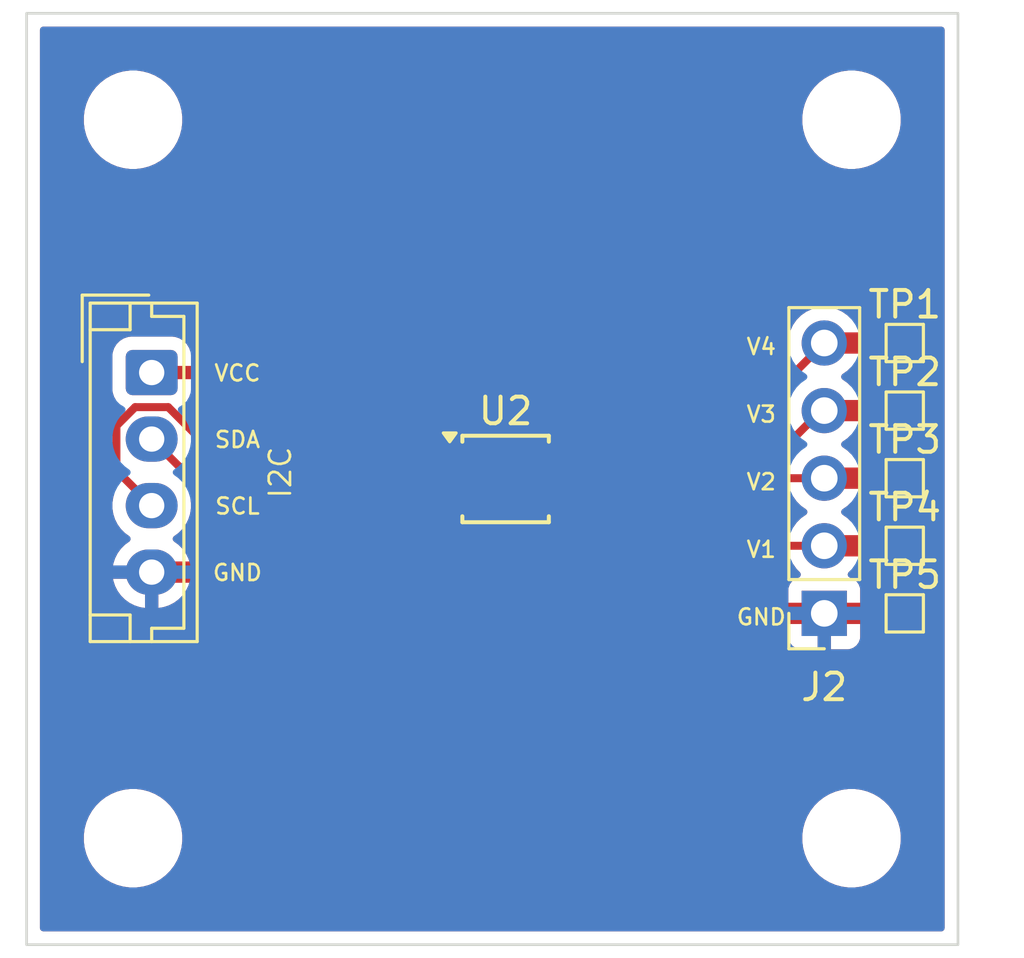
<source format=kicad_pcb>
(kicad_pcb (version 20240108) (generator "pcbnew") (generator_version "8.0")
  (layers (0 "F.Cu" signal) (31 "B.Cu" signal) (34 "B.Paste" user) (35 "F.Paste" user) (36 "B.SilkS" user "B.Silkscreen") (37 "F.SilkS" user "F.Silkscreen") (38 "B.Mask" user) (39 "F.Mask" user) (44 "Edge.Cuts" user))
  (net 0 "")
  (net 1 "Net-(J2-Pin_4)")
  (net 3 "Net-(U2-VDD)")
  (net 4 "Net-(J2-Pin_5)")
  (net 5 "Net-(J2-Pin_2)")
  (net 6 "Net-(J2-Pin_3)")
  (net 7 "Net-(U2-SCL)")
  (net 8 "Net-(U2-SDA)")
  (net 9 "GND")
  (footprint "MountingHole:MountingHole_3.2mm_M3" (layer "F.Cu") (at 39 33.5)
    (property "Reference" "REF**" (hide yes))
    (property "Value" "MountingHole_3.2mm_M3" (hide yes))
    (pad "" np_thru_hole circle (at 0 0) (size 3.2 3.2) (drill 3.2) (layers "*.Cu" "*.Mask"))
  )
  (footprint "TestPoint:TestPoint_Pad_1.0x1.0mm" (layer "F.Cu") (at 68 41.89)
    (property "Reference" "TP1" (at 0 -1.448 0) (layer "F.SilkS"))
    (property "Value" "TestPoint")
    (fp_line (start -0.7 -0.7) (end 0.7 -0.7) (stroke (width 0.12)) (layer "F.SilkS"))
    (fp_line (start -0.7 0.7) (end -0.7 -0.7) (stroke (width 0.12)) (layer "F.SilkS"))
    (fp_line (start 0.7 -0.7) (end 0.7 0.7) (stroke (width 0.12)) (layer "F.SilkS"))
    (fp_line (start 0.7 0.7) (end -0.7 0.7) (stroke (width 0.12)) (layer "F.SilkS"))
    (pad "1" smd rect (at 0 0) (size 1 1) (layers "F.Cu" "F.Mask") (net 4 "Net-(J2-Pin_5)"))
  )
  (footprint "Connector_JST:JST_EH_B4B-EH-A_1x04_P2.50mm_Vertical" (layer "F.Cu") (at 39.7 43 -90)
    (property "Reference" "J1" (hide yes))
    (property "Value" "B4B-EH-A")
    (fp_line (start -2.91 2.61) (end -0.41 2.61) (stroke (width 0.12)) (layer "F.SilkS"))
    (fp_line (start -2.61 2.31) (end 10.11 2.31) (stroke (width 0.12)) (layer "F.SilkS"))
    (fp_line (start 10.11 2.31) (end 10.11 -1.71) (stroke (width 0.12)) (layer "F.SilkS"))
    (fp_line (start -2.61 0.81) (end -1.61 0.81) (stroke (width 0.12)) (layer "F.SilkS"))
    (fp_line (start -1.61 0.81) (end -1.61 2.31) (stroke (width 0.12)) (layer "F.SilkS"))
    (fp_line (start 9.11 0.81) (end 9.11 2.31) (stroke (width 0.12)) (layer "F.SilkS"))
    (fp_line (start 10.11 0.81) (end 9.11 0.81) (stroke (width 0.12)) (layer "F.SilkS"))
    (fp_line (start -2.91 0.11) (end -2.91 2.61) (stroke (width 0.12)) (layer "F.SilkS"))
    (fp_line (start -2.61 0) (end -2.11 0) (stroke (width 0.12)) (layer "F.SilkS"))
    (fp_line (start -2.11 0) (end -2.11 -1.21) (stroke (width 0.12)) (layer "F.SilkS"))
    (fp_line (start 9.61 0) (end 10.11 0) (stroke (width 0.12)) (layer "F.SilkS"))
    (fp_line (start -2.11 -1.21) (end 9.61 -1.21) (stroke (width 0.12)) (layer "F.SilkS"))
    (fp_line (start 9.61 -1.21) (end 9.61 0) (stroke (width 0.12)) (layer "F.SilkS"))
    (fp_line (start -2.61 -1.71) (end -2.61 2.31) (stroke (width 0.12)) (layer "F.SilkS"))
    (fp_line (start 10.11 -1.71) (end -2.61 -1.71) (stroke (width 0.12)) (layer "F.SilkS"))
    (pad "1" thru_hole roundrect (at 0 0 270) (size 1.7 1.95) (drill 0.95) (layers "*.Cu" "*.Mask") (roundrect_rratio 0.147059) (net 3 "Net-(U2-VDD)"))
    (pad "2" thru_hole oval (at 2.5 0 270) (size 1.7 1.95) (drill 0.95) (layers "*.Cu" "*.Mask") (net 8 "Net-(U2-SDA)"))
    (pad "3" thru_hole oval (at 5 0 270) (size 1.7 1.95) (drill 0.95) (layers "*.Cu" "*.Mask") (net 7 "Net-(U2-SCL)"))
    (pad "4" thru_hole oval (at 7.5 0 270) (size 1.7 1.95) (drill 0.95) (layers "*.Cu" "*.Mask") (net 9 "GND"))
  )
  (footprint "MountingHole:MountingHole_3.2mm_M3" (layer "F.Cu") (at 39 60.5)
    (property "Reference" "REF**" (hide yes))
    (property "Value" "MountingHole_3.2mm_M3" (hide yes))
    (pad "" np_thru_hole circle (at 0 0) (size 3.2 3.2) (drill 3.2) (layers "F&B.Cu" "*.Mask"))
  )
  (footprint "MountingHole:MountingHole_3.2mm_M3" (layer "F.Cu") (at 66 60.5)
    (property "Reference" "REF**" (hide yes))
    (property "Value" "MountingHole_3.2mm_M3" (hide yes))
    (pad "" np_thru_hole circle (at 0 0) (size 3.2 3.2) (drill 3.2) (layers "F&B.Cu" "*.Mask"))
  )
  (footprint "TestPoint:TestPoint_Pad_1.0x1.0mm" (layer "F.Cu") (at 68 46.97)
    (property "Reference" "TP3" (at 0 -1.448 0) (layer "F.SilkS"))
    (property "Value" "TestPoint")
    (fp_line (start -0.7 -0.7) (end 0.7 -0.7) (stroke (width 0.12)) (layer "F.SilkS"))
    (fp_line (start -0.7 0.7) (end -0.7 -0.7) (stroke (width 0.12)) (layer "F.SilkS"))
    (fp_line (start 0.7 -0.7) (end 0.7 0.7) (stroke (width 0.12)) (layer "F.SilkS"))
    (fp_line (start 0.7 0.7) (end -0.7 0.7) (stroke (width 0.12)) (layer "F.SilkS"))
    (pad "1" smd rect (at 0 0) (size 1 1) (layers "F.Cu" "F.Mask") (net 6 "Net-(J2-Pin_3)"))
  )
  (footprint "Package_SO:TSSOP-10_3x3mm_P0.5mm" (layer "F.Cu") (at 53 47)
    (property "Reference" "U2" (at 0 -2.55 0) (layer "F.SilkS"))
    (property "Value" "MCP4728")
    (fp_line (start -1.625 -1.625) (end -1.625 -1.4) (stroke (width 0.15)) (layer "F.SilkS"))
    (fp_line (start -1.625 -1.625) (end 1.625 -1.625) (stroke (width 0.15)) (layer "F.SilkS"))
    (fp_line (start -1.625 1.625) (end -1.625 1.4) (stroke (width 0.15)) (layer "F.SilkS"))
    (fp_line (start -1.625 1.625) (end 1.625 1.625) (stroke (width 0.15)) (layer "F.SilkS"))
    (fp_line (start 1.625 -1.625) (end 1.625 -1.4) (stroke (width 0.15)) (layer "F.SilkS"))
    (fp_line (start 1.625 1.625) (end 1.625 1.4) (stroke (width 0.15)) (layer "F.SilkS"))
    (fp_poly (pts (xy -2.1 -1.4) (xy -2.34 -1.73) (xy -1.86 -1.73) (xy -2.1 -1.4)) (stroke (width 0.12)) (fill solid) (layer "F.SilkS"))
    (pad "1" smd rect (at -2.15 -1) (size 1.1 0.25) (layers "F.Cu" "F.Paste" "F.Mask") (net 3 "Net-(U2-VDD)"))
    (pad "2" smd rect (at -2.15 -0.5) (size 1.1 0.25) (layers "F.Cu" "F.Paste" "F.Mask") (net 7 "Net-(U2-SCL)"))
    (pad "3" smd rect (at -2.15 0) (size 1.1 0.25) (layers "F.Cu" "F.Paste" "F.Mask") (net 8 "Net-(U2-SDA)"))
    (pad "4" smd rect (at -2.15 0.5) (size 1.1 0.25) (layers "F.Cu" "F.Paste" "F.Mask") (net 9 "GND"))
    (pad "5" smd rect (at -2.15 1) (size 1.1 0.25) (layers "F.Cu" "F.Paste" "F.Mask"))
    (pad "6" smd rect (at 2.15 1) (size 1.1 0.25) (layers "F.Cu" "F.Paste" "F.Mask") (net 5 "Net-(J2-Pin_2)"))
    (pad "7" smd rect (at 2.15 0.5) (size 1.1 0.25) (layers "F.Cu" "F.Paste" "F.Mask") (net 6 "Net-(J2-Pin_3)"))
    (pad "8" smd rect (at 2.15 0) (size 1.1 0.25) (layers "F.Cu" "F.Paste" "F.Mask") (net 1 "Net-(J2-Pin_4)"))
    (pad "9" smd rect (at 2.15 -0.5) (size 1.1 0.25) (layers "F.Cu" "F.Paste" "F.Mask") (net 4 "Net-(J2-Pin_5)"))
    (pad "10" smd rect (at 2.15 -1) (size 1.1 0.25) (layers "F.Cu" "F.Paste" "F.Mask") (net 9 "GND"))
  )
  (footprint "TestPoint:TestPoint_Pad_1.0x1.0mm" (layer "F.Cu") (at 68 49.51)
    (property "Reference" "TP4" (at 0 -1.448 0) (layer "F.SilkS"))
    (property "Value" "TestPoint")
    (fp_line (start -0.7 -0.7) (end 0.7 -0.7) (stroke (width 0.12)) (layer "F.SilkS"))
    (fp_line (start -0.7 0.7) (end -0.7 -0.7) (stroke (width 0.12)) (layer "F.SilkS"))
    (fp_line (start 0.7 -0.7) (end 0.7 0.7) (stroke (width 0.12)) (layer "F.SilkS"))
    (fp_line (start 0.7 0.7) (end -0.7 0.7) (stroke (width 0.12)) (layer "F.SilkS"))
    (pad "1" smd rect (at 0 0) (size 1 1) (layers "F.Cu" "F.Mask") (net 5 "Net-(J2-Pin_2)"))
  )
  (footprint "TestPoint:TestPoint_Pad_1.0x1.0mm" (layer "F.Cu") (at 68 44.43)
    (property "Reference" "TP2" (at 0 -1.448 0) (layer "F.SilkS"))
    (property "Value" "TestPoint")
    (fp_line (start -0.7 -0.7) (end 0.7 -0.7) (stroke (width 0.12)) (layer "F.SilkS"))
    (fp_line (start -0.7 0.7) (end -0.7 -0.7) (stroke (width 0.12)) (layer "F.SilkS"))
    (fp_line (start 0.7 -0.7) (end 0.7 0.7) (stroke (width 0.12)) (layer "F.SilkS"))
    (fp_line (start 0.7 0.7) (end -0.7 0.7) (stroke (width 0.12)) (layer "F.SilkS"))
    (pad "1" smd rect (at 0 0) (size 1 1) (layers "F.Cu" "F.Mask") (net 1 "Net-(J2-Pin_4)"))
  )
  (footprint "TestPoint:TestPoint_Pad_1.0x1.0mm" (layer "F.Cu") (at 68 52.05)
    (property "Reference" "TP5" (at 0 -1.448 0) (layer "F.SilkS"))
    (property "Value" "TestPoint")
    (fp_line (start -0.7 -0.7) (end 0.7 -0.7) (stroke (width 0.12)) (layer "F.SilkS"))
    (fp_line (start -0.7 0.7) (end -0.7 -0.7) (stroke (width 0.12)) (layer "F.SilkS"))
    (fp_line (start 0.7 -0.7) (end 0.7 0.7) (stroke (width 0.12)) (layer "F.SilkS"))
    (fp_line (start 0.7 0.7) (end -0.7 0.7) (stroke (width 0.12)) (layer "F.SilkS"))
    (pad "1" smd rect (at 0 0) (size 1 1) (layers "F.Cu" "F.Mask") (net 9 "GND"))
  )
  (footprint "MountingHole:MountingHole_3.2mm_M3" (layer "F.Cu") (at 66 33.5)
    (property "Reference" "REF**" (hide yes))
    (property "Value" "MountingHole_3.2mm_M3" (hide yes))
    (pad "" np_thru_hole circle (at 0 0) (size 3.2 3.2) (drill 3.2) (layers "F&B.Cu" "*.Mask"))
  )
  (footprint "Connector_PinSocket_2.54mm:PinSocket_1x05_P2.54mm_Vertical" (layer "F.Cu") (at 64.975 52.05 180)
    (property "Reference" "J2" (at 0 -2.77 360) (layer "F.SilkS"))
    (property "Value" "Conn_01x05_Socket")
    (fp_line (start 1.33 1.27) (end 1.33 11.49) (stroke (width 0.12)) (layer "F.SilkS"))
    (fp_line (start 1.33 -1.33) (end 1.33 0) (stroke (width 0.12)) (layer "F.SilkS"))
    (fp_line (start 0 -1.33) (end 1.33 -1.33) (stroke (width 0.12)) (layer "F.SilkS"))
    (fp_line (start -1.33 11.49) (end 1.33 11.49) (stroke (width 0.12)) (layer "F.SilkS"))
    (fp_line (start -1.33 1.27) (end 1.33 1.27) (stroke (width 0.12)) (layer "F.SilkS"))
    (fp_line (start -1.33 1.27) (end -1.33 11.49) (stroke (width 0.12)) (layer "F.SilkS"))
    (pad "1" thru_hole rect (at 0 0 180) (size 1.7 1.7) (drill 1) (layers "*.Cu" "*.Mask") (net 9 "GND"))
    (pad "2" thru_hole oval (at 0 2.54 180) (size 1.7 1.7) (drill 1) (layers "*.Cu" "*.Mask") (net 5 "Net-(J2-Pin_2)"))
    (pad "3" thru_hole oval (at 0 5.08 180) (size 1.7 1.7) (drill 1) (layers "*.Cu" "*.Mask") (net 6 "Net-(J2-Pin_3)"))
    (pad "4" thru_hole oval (at 0 7.62 180) (size 1.7 1.7) (drill 1) (layers "*.Cu" "*.Mask") (net 1 "Net-(J2-Pin_4)"))
    (pad "5" thru_hole oval (at 0 10.16 180) (size 1.7 1.7) (drill 1) (layers "*.Cu" "*.Mask") (net 4 "Net-(J2-Pin_5)"))
  )
  (gr_rect (start 35 29.5) (end 70 64.5) (stroke (width 0.1)) (fill none) (layer "Edge.Cuts"))
  (gr_text "I2C" (at 45 47.791429 90) (layer "F.SilkS") (effects (font (size 0.8 0.8) (thickness 0.1) (bold yes)) (justify left bottom)))
  (gr_text "V1" (at 62 50 0) (layer "F.SilkS") (effects (font (size 0.6 0.6) (thickness 0.1) (bold yes)) (justify left bottom)))
  (gr_text "SCL" (at 42.028572 48.3735 0) (layer "F.SilkS") (effects (font (size 0.6 0.6) (thickness 0.1) (bold yes)) (justify left bottom)))
  (gr_text "V3" (at 62 44.92 0) (layer "F.SilkS") (effects (font (size 0.6 0.6) (thickness 0.1) (bold yes)) (justify left bottom)))
  (gr_text "SDA" (at 42.014286 45.8735 0) (layer "F.SilkS") (effects (font (size 0.6 0.6) (thickness 0.1) (bold yes)) (justify left bottom)))
  (gr_text "GND" (at 41.942858 50.8735 0) (layer "F.SilkS") (effects (font (size 0.6 0.6) (thickness 0.1) (bold yes)) (justify left bottom)))
  (gr_text "V2" (at 62 47.46 0) (layer "F.SilkS") (effects (font (size 0.6 0.6) (thickness 0.1) (bold yes)) (justify left bottom)))
  (gr_text "VCC" (at 42 43.3735 0) (layer "F.SilkS") (effects (font (size 0.6 0.6) (thickness 0.1) (bold yes)) (justify left bottom)))
  (gr_text "V4" (at 62 42.38 0) (layer "F.SilkS") (effects (font (size 0.6 0.6) (thickness 0.1) (bold yes)) (justify left bottom)))
  (gr_text "GND" (at 61.628572 52.54 0) (layer "F.SilkS") (effects (font (size 0.6 0.6) (thickness 0.1) (bold yes)) (justify left bottom)))
  (segment (start 62.292894 47) (end 64.862894 44.43) (width 0.3) (layer "F.Cu") (net 1))
  (segment (start 68 44.43) (end 64.975 44.43) (width 0.8) (layer "F.Cu") (net 1))
  (segment (start 55.15 47) (end 62.292894 47) (width 0.3) (layer "F.Cu") (net 1))
  (segment (start 64.862894 44.43) (end 64.975 44.43) (width 0.3) (layer "F.Cu") (net 1))
  (segment (start 39.7 43) (end 47.95 43) (width 0.5) (layer "F.Cu") (net 3))
  (segment (start 47.95 43) (end 50.85 45.9) (width 0.5) (layer "F.Cu") (net 3))
  (segment (start 68 41.89) (end 64.975 41.89) (width 0.8) (layer "F.Cu") (net 4))
  (segment (start 55.15 46.5) (end 60.365 46.5) (width 0.3) (layer "F.Cu") (net 4))
  (segment (start 60.365 46.5) (end 64.975 41.89) (width 0.3) (layer "F.Cu") (net 4))
  (segment (start 60 48) (end 61.51 49.51) (width 0.3) (layer "F.Cu") (net 5))
  (segment (start 68 49.51) (end 64.975 49.51) (width 0.8) (layer "F.Cu") (net 5))
  (segment (start 61.51 49.51) (end 64.975 49.51) (width 0.3) (layer "F.Cu") (net 5))
  (segment (start 55.15 48) (end 60 48) (width 0.3) (layer "F.Cu") (net 5))
  (segment (start 62.5 47.5) (end 63.03 46.97) (width 0.3) (layer "F.Cu") (net 6))
  (segment (start 63.03 46.97) (end 64.975 46.97) (width 0.3) (layer "F.Cu") (net 6))
  (segment (start 68 46.97) (end 64.975 46.97) (width 0.8) (layer "F.Cu") (net 6))
  (segment (start 55.15 47.5) (end 62.5 47.5) (width 0.3) (layer "F.Cu") (net 6))
  (segment (start 40.322056 44.3) (end 39.077944 44.3) (width 0.3) (layer "F.Cu") (net 7))
  (segment (start 38.375 46.675) (end 39.7 48) (width 0.3) (layer "F.Cu") (net 7))
  (segment (start 42.522056 46.5) (end 40.322056 44.3) (width 0.3) (layer "F.Cu") (net 7))
  (segment (start 39.077944 44.3) (end 38.375 45.002944) (width 0.3) (layer "F.Cu") (net 7))
  (segment (start 50.85 46.5) (end 42.522056 46.5) (width 0.3) (layer "F.Cu") (net 7))
  (segment (start 38.375 45.002944) (end 38.375 46.675) (width 0.3) (layer "F.Cu") (net 7))
  (segment (start 50.85 47) (end 41.2 47) (width 0.3) (layer "F.Cu") (net 8))
  (segment (start 41.2 47) (end 39.7 45.5) (width 0.3) (layer "F.Cu") (net 8))
  (segment (start 53.225 46) (end 52.6125 46.6125) (width 0.3) (layer "F.Cu") (net 9))
  (segment (start 53 52.05) (end 53 47) (width 0.8) (layer "F.Cu") (net 9))
  (segment (start 51.725 47.5) (end 50.85 47.5) (width 0.3) (layer "F.Cu") (net 9))
  (segment (start 68 52.05) (end 64.975 52.05) (width 0.8) (layer "F.Cu") (net 9))
  (segment (start 53 52.05) (end 64.975 52.05) (width 0.8) (layer "F.Cu") (net 9))
  (segment (start 52.6125 46.6125) (end 51.725 47.5) (width 0.3) (layer "F.Cu") (net 9))
  (segment (start 53 47) (end 52.6125 46.6125) (width 0.8) (layer "F.Cu") (net 9))
  (segment (start 44.05 52.05) (end 53 52.05) (width 0.8) (layer "F.Cu") (net 9))
  (segment (start 39.7 50.5) (end 42.5 50.5) (width 0.8) (layer "F.Cu") (net 9))
  (segment (start 55.15 46) (end 53.225 46) (width 0.3) (layer "F.Cu") (net 9))
  (segment (start 42.5 50.5) (end 44.05 52.05) (width 0.8) (layer "F.Cu") (net 9))
  (zone (net 9) (net_name "GND") (layers "F&B.Cu") (connect_pads (clearance 0.5)) (min_thickness 0.25) (fill yes (thermal_gap 0.5) (thermal_bridge_width 0.5) (island_removal_mode 1) (island_area_min 10))
    (polygon (pts (xy 71 29) (xy 71 65) (xy 34 65) (xy 34 29)))
  )
)
</source>
